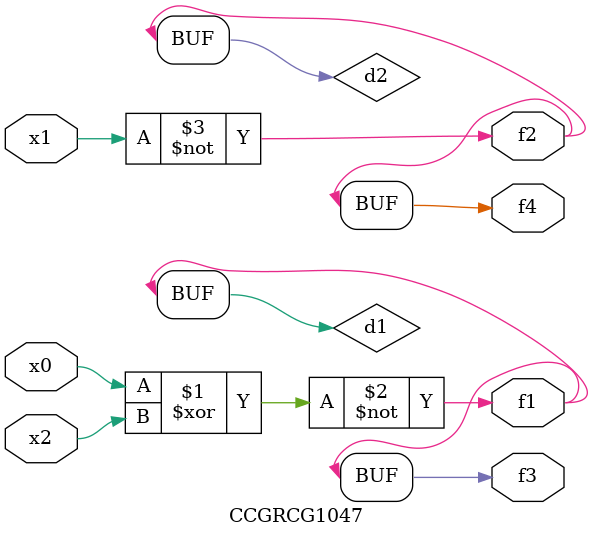
<source format=v>
module CCGRCG1047(
	input x0, x1, x2,
	output f1, f2, f3, f4
);

	wire d1, d2, d3;

	xnor (d1, x0, x2);
	nand (d2, x1);
	nor (d3, x1, x2);
	assign f1 = d1;
	assign f2 = d2;
	assign f3 = d1;
	assign f4 = d2;
endmodule

</source>
